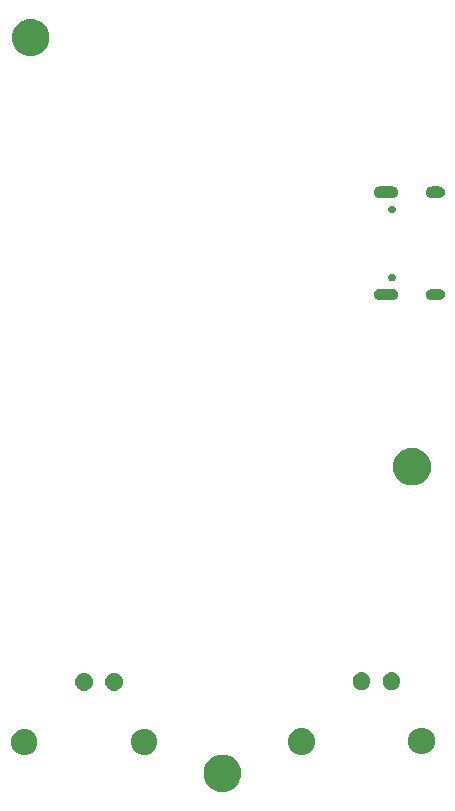
<source format=gbs>
%TF.GenerationSoftware,KiCad,Pcbnew,9.0.0*%
%TF.CreationDate,2025-02-24T12:48:06+01:00*%
%TF.ProjectId,mixed_signal,6d697865-645f-4736-9967-6e616c2e6b69,rev?*%
%TF.SameCoordinates,Original*%
%TF.FileFunction,Soldermask,Bot*%
%TF.FilePolarity,Negative*%
%FSLAX45Y45*%
G04 Gerber Fmt 4.5, Leading zero omitted, Abs format (unit mm)*
G04 Created by KiCad (PCBNEW 9.0.0) date 2025-02-24 12:48:06*
%MOMM*%
%LPD*%
G01*
G04 APERTURE LIST*
G04 APERTURE END LIST*
G36*
X14296392Y-10126964D02*
G01*
X14340536Y-10171108D01*
X14364427Y-10228785D01*
X14364427Y-10291215D01*
X14340536Y-10348892D01*
X14296392Y-10393036D01*
X14238715Y-10416927D01*
X14176285Y-10416927D01*
X14118608Y-10393036D01*
X14074464Y-10348892D01*
X14050573Y-10291215D01*
X14050573Y-10228785D01*
X14074464Y-10171108D01*
X14118608Y-10126964D01*
X14176285Y-10103073D01*
X14238715Y-10103073D01*
X14296392Y-10126964D01*
G37*
G36*
X12595391Y-9901380D02*
G01*
X12627120Y-9933109D01*
X12644291Y-9974564D01*
X12644291Y-10019436D01*
X12627120Y-10060891D01*
X12595391Y-10092620D01*
X12553936Y-10109791D01*
X12509064Y-10109791D01*
X12467609Y-10092620D01*
X12435880Y-10060891D01*
X12418709Y-10019436D01*
X12418709Y-9974564D01*
X12435880Y-9933109D01*
X12467609Y-9901380D01*
X12509064Y-9884209D01*
X12553936Y-9884209D01*
X12595391Y-9901380D01*
G37*
G36*
X13611391Y-9899380D02*
G01*
X13643120Y-9931109D01*
X13660291Y-9972564D01*
X13660291Y-10017436D01*
X13643120Y-10058891D01*
X13611391Y-10090620D01*
X13569936Y-10107791D01*
X13525064Y-10107791D01*
X13483609Y-10090620D01*
X13451880Y-10058891D01*
X13434709Y-10017436D01*
X13434709Y-9972564D01*
X13451880Y-9931109D01*
X13483609Y-9899380D01*
X13525064Y-9882209D01*
X13569936Y-9882209D01*
X13611391Y-9899380D01*
G37*
G36*
X14943891Y-9894380D02*
G01*
X14975620Y-9926109D01*
X14992791Y-9967564D01*
X14992791Y-10012436D01*
X14975620Y-10053891D01*
X14943891Y-10085620D01*
X14902436Y-10102791D01*
X14857564Y-10102791D01*
X14816109Y-10085620D01*
X14784380Y-10053891D01*
X14767209Y-10012436D01*
X14767209Y-9967564D01*
X14784380Y-9926109D01*
X14816109Y-9894380D01*
X14857564Y-9877209D01*
X14902436Y-9877209D01*
X14943891Y-9894380D01*
G37*
G36*
X15959891Y-9892380D02*
G01*
X15991620Y-9924109D01*
X16008791Y-9965564D01*
X16008791Y-10010436D01*
X15991620Y-10051891D01*
X15959891Y-10083620D01*
X15918436Y-10100791D01*
X15873564Y-10100791D01*
X15832109Y-10083620D01*
X15800380Y-10051891D01*
X15783209Y-10010436D01*
X15783209Y-9965564D01*
X15800380Y-9924109D01*
X15832109Y-9892380D01*
X15873564Y-9875209D01*
X15918436Y-9875209D01*
X15959891Y-9892380D01*
G37*
G36*
X13081835Y-9423641D02*
G01*
X13102859Y-9444665D01*
X13114237Y-9472134D01*
X13114237Y-9501866D01*
X13102859Y-9529335D01*
X13081835Y-9550359D01*
X13054366Y-9561737D01*
X13024634Y-9561737D01*
X12997165Y-9550359D01*
X12976141Y-9529335D01*
X12964763Y-9501866D01*
X12964763Y-9472134D01*
X12976141Y-9444665D01*
X12997165Y-9423641D01*
X13024634Y-9412263D01*
X13054366Y-9412263D01*
X13081835Y-9423641D01*
G37*
G36*
X13335835Y-9423641D02*
G01*
X13356859Y-9444665D01*
X13368237Y-9472134D01*
X13368237Y-9501866D01*
X13356859Y-9529335D01*
X13335835Y-9550359D01*
X13308366Y-9561737D01*
X13278634Y-9561737D01*
X13251165Y-9550359D01*
X13230141Y-9529335D01*
X13218763Y-9501866D01*
X13218763Y-9472134D01*
X13230141Y-9444665D01*
X13251165Y-9423641D01*
X13278634Y-9412263D01*
X13308366Y-9412263D01*
X13335835Y-9423641D01*
G37*
G36*
X15430335Y-9416641D02*
G01*
X15451359Y-9437665D01*
X15462737Y-9465134D01*
X15462737Y-9494866D01*
X15451359Y-9522335D01*
X15430335Y-9543359D01*
X15402866Y-9554737D01*
X15373134Y-9554737D01*
X15345665Y-9543359D01*
X15324641Y-9522335D01*
X15313263Y-9494866D01*
X15313263Y-9465134D01*
X15324641Y-9437665D01*
X15345665Y-9416641D01*
X15373134Y-9405263D01*
X15402866Y-9405263D01*
X15430335Y-9416641D01*
G37*
G36*
X15684335Y-9416641D02*
G01*
X15705359Y-9437665D01*
X15716737Y-9465134D01*
X15716737Y-9494866D01*
X15705359Y-9522335D01*
X15684335Y-9543359D01*
X15656866Y-9554737D01*
X15627134Y-9554737D01*
X15599665Y-9543359D01*
X15578641Y-9522335D01*
X15567263Y-9494866D01*
X15567263Y-9465134D01*
X15578641Y-9437665D01*
X15599665Y-9416641D01*
X15627134Y-9405263D01*
X15656866Y-9405263D01*
X15684335Y-9416641D01*
G37*
G36*
X15903892Y-7534464D02*
G01*
X15948036Y-7578608D01*
X15971927Y-7636285D01*
X15971927Y-7698715D01*
X15948036Y-7756392D01*
X15903892Y-7800536D01*
X15846215Y-7824427D01*
X15783785Y-7824427D01*
X15726108Y-7800536D01*
X15681964Y-7756392D01*
X15658073Y-7698715D01*
X15658073Y-7636285D01*
X15681964Y-7578608D01*
X15726108Y-7534464D01*
X15783785Y-7510573D01*
X15846215Y-7510573D01*
X15903892Y-7534464D01*
G37*
G36*
X15659255Y-6157960D02*
G01*
X15677279Y-6165426D01*
X15691074Y-6179221D01*
X15698540Y-6197245D01*
X15698540Y-6216755D01*
X15691074Y-6234779D01*
X15677279Y-6248574D01*
X15659255Y-6256040D01*
X15649500Y-6257001D01*
X15649255Y-6257001D01*
X15539745Y-6257001D01*
X15539500Y-6257001D01*
X15529745Y-6256040D01*
X15511721Y-6248574D01*
X15497926Y-6234779D01*
X15490460Y-6216755D01*
X15490460Y-6197245D01*
X15497926Y-6179221D01*
X15511721Y-6165426D01*
X15529745Y-6157960D01*
X15539500Y-6156999D01*
X15649500Y-6156999D01*
X15659255Y-6157960D01*
G37*
G36*
X16052255Y-6157960D02*
G01*
X16070279Y-6165426D01*
X16084074Y-6179221D01*
X16091540Y-6197245D01*
X16091540Y-6216755D01*
X16084074Y-6234779D01*
X16070279Y-6248574D01*
X16052255Y-6256040D01*
X16042500Y-6257001D01*
X16042255Y-6257001D01*
X15982745Y-6257001D01*
X15982500Y-6257001D01*
X15972745Y-6256040D01*
X15954721Y-6248574D01*
X15940926Y-6234779D01*
X15933460Y-6216755D01*
X15933460Y-6197245D01*
X15940926Y-6179221D01*
X15954721Y-6165426D01*
X15972745Y-6157960D01*
X15982500Y-6156999D01*
X16042500Y-6156999D01*
X16052255Y-6157960D01*
G37*
G36*
X15665557Y-6036976D02*
G01*
X15674524Y-6045943D01*
X15679376Y-6057659D01*
X15679376Y-6070341D01*
X15674524Y-6082057D01*
X15665557Y-6091024D01*
X15653841Y-6095876D01*
X15641159Y-6095876D01*
X15629443Y-6091024D01*
X15620476Y-6082057D01*
X15615623Y-6070341D01*
X15615623Y-6057659D01*
X15620476Y-6045943D01*
X15629443Y-6036976D01*
X15641159Y-6032123D01*
X15653841Y-6032123D01*
X15665557Y-6036976D01*
G37*
G36*
X15665557Y-5458976D02*
G01*
X15674524Y-5467943D01*
X15679376Y-5479659D01*
X15679376Y-5492341D01*
X15674524Y-5504057D01*
X15665557Y-5513024D01*
X15653841Y-5517877D01*
X15641159Y-5517877D01*
X15629443Y-5513024D01*
X15620476Y-5504057D01*
X15615623Y-5492341D01*
X15615623Y-5479659D01*
X15620476Y-5467943D01*
X15629443Y-5458976D01*
X15641159Y-5454124D01*
X15653841Y-5454124D01*
X15665557Y-5458976D01*
G37*
G36*
X15659255Y-5293960D02*
G01*
X15677279Y-5301426D01*
X15691074Y-5315221D01*
X15698540Y-5333245D01*
X15698540Y-5352755D01*
X15691074Y-5370779D01*
X15677279Y-5384574D01*
X15659255Y-5392040D01*
X15649500Y-5393001D01*
X15649255Y-5393001D01*
X15539745Y-5393001D01*
X15539500Y-5393001D01*
X15529745Y-5392040D01*
X15511721Y-5384574D01*
X15497926Y-5370779D01*
X15490460Y-5352755D01*
X15490460Y-5333245D01*
X15497926Y-5315221D01*
X15511721Y-5301426D01*
X15529745Y-5293960D01*
X15539500Y-5292999D01*
X15649500Y-5292999D01*
X15659255Y-5293960D01*
G37*
G36*
X16052255Y-5293960D02*
G01*
X16070279Y-5301426D01*
X16084074Y-5315221D01*
X16091540Y-5333245D01*
X16091540Y-5352755D01*
X16084074Y-5370779D01*
X16070279Y-5384574D01*
X16052255Y-5392040D01*
X16042500Y-5393001D01*
X16042255Y-5393001D01*
X15982745Y-5393001D01*
X15982500Y-5393001D01*
X15972745Y-5392040D01*
X15954721Y-5384574D01*
X15940926Y-5370779D01*
X15933460Y-5352755D01*
X15933460Y-5333245D01*
X15940926Y-5315221D01*
X15954721Y-5301426D01*
X15972745Y-5293960D01*
X15982500Y-5292999D01*
X16042500Y-5292999D01*
X16052255Y-5293960D01*
G37*
G36*
X12676392Y-3899464D02*
G01*
X12720536Y-3943608D01*
X12744427Y-4001285D01*
X12744427Y-4063715D01*
X12720536Y-4121392D01*
X12676392Y-4165536D01*
X12618715Y-4189427D01*
X12556285Y-4189427D01*
X12498608Y-4165536D01*
X12454464Y-4121392D01*
X12430573Y-4063715D01*
X12430573Y-4001285D01*
X12454464Y-3943608D01*
X12498608Y-3899464D01*
X12556285Y-3875573D01*
X12618715Y-3875573D01*
X12676392Y-3899464D01*
G37*
M02*

</source>
